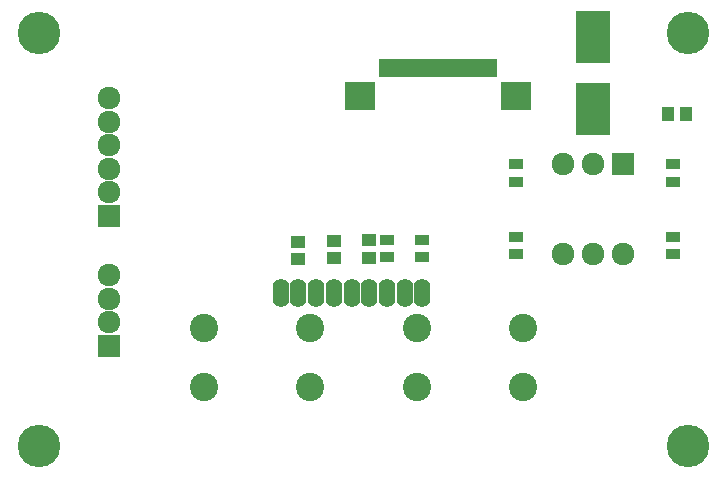
<source format=gbs>
G04 #@! TF.GenerationSoftware,KiCad,Pcbnew,(5.0.0)*
G04 #@! TF.CreationDate,2018-08-29T14:02:58+09:00*
G04 #@! TF.ProjectId,lancer_subbord,6C616E6365725F737562626F72642E6B,rev?*
G04 #@! TF.SameCoordinates,Original*
G04 #@! TF.FileFunction,Soldermask,Bot*
G04 #@! TF.FilePolarity,Negative*
%FSLAX46Y46*%
G04 Gerber Fmt 4.6, Leading zero omitted, Abs format (unit mm)*
G04 Created by KiCad (PCBNEW (5.0.0)) date 08/29/18 14:02:58*
%MOMM*%
%LPD*%
G01*
G04 APERTURE LIST*
%ADD10C,1.924000*%
%ADD11R,1.924000X1.924000*%
%ADD12O,1.400000X2.400000*%
%ADD13C,3.600000*%
%ADD14R,1.200000X0.900000*%
%ADD15C,2.400000*%
%ADD16R,1.100000X1.200000*%
%ADD17R,1.200000X1.100000*%
%ADD18R,2.900000X4.400000*%
%ADD19R,0.630000X1.650000*%
%ADD20R,2.600000X2.400000*%
G04 APERTURE END LIST*
D10*
G04 #@! TO.C,R_SW*
X168925000Y-94625000D03*
X171465000Y-94625000D03*
D11*
X174005000Y-94625000D03*
D10*
X168925000Y-102245000D03*
X171465000Y-102245000D03*
X174005000Y-102245000D03*
G04 #@! TD*
D12*
G04 #@! TO.C,LCD1*
X157000000Y-105500000D03*
X155500000Y-105500000D03*
X154000000Y-105500000D03*
X152500000Y-105500000D03*
X151000000Y-105500000D03*
X149500000Y-105500000D03*
X148000000Y-105500000D03*
X146500000Y-105500000D03*
X145000000Y-105500000D03*
G04 #@! TD*
D11*
G04 #@! TO.C,Writer*
X130500000Y-99000000D03*
D10*
X130500000Y-97000000D03*
X130500000Y-95000000D03*
X130500000Y-93000000D03*
X130500000Y-91000000D03*
X130500000Y-89000000D03*
G04 #@! TD*
D13*
G04 #@! TO.C,REF\002A\002A*
X124500000Y-83500000D03*
G04 #@! TD*
G04 #@! TO.C,REF\002A\002A*
X124500000Y-118500000D03*
G04 #@! TD*
G04 #@! TO.C,REF\002A\002A*
X179500000Y-118500000D03*
G04 #@! TD*
G04 #@! TO.C,REF\002A\002A*
X179500000Y-83500000D03*
G04 #@! TD*
D14*
G04 #@! TO.C,R6*
X178200000Y-96100000D03*
X178200000Y-94600000D03*
G04 #@! TD*
D15*
G04 #@! TO.C,3*
X156500000Y-108500000D03*
X156500000Y-113500000D03*
G04 #@! TD*
G04 #@! TO.C,1*
X138500000Y-108500000D03*
X138500000Y-113500000D03*
G04 #@! TD*
D14*
G04 #@! TO.C,R8*
X178175000Y-100750000D03*
X178175000Y-102250000D03*
G04 #@! TD*
G04 #@! TO.C,R7*
X164900000Y-100750000D03*
X164900000Y-102250000D03*
G04 #@! TD*
G04 #@! TO.C,R3*
X154000000Y-102500000D03*
X154000000Y-101000000D03*
G04 #@! TD*
G04 #@! TO.C,R2*
X157000000Y-102500000D03*
X157000000Y-101000000D03*
G04 #@! TD*
G04 #@! TO.C,R1*
X164900000Y-96100000D03*
X164900000Y-94600000D03*
G04 #@! TD*
D11*
G04 #@! TO.C,Debugger*
X130500000Y-110000000D03*
D10*
X130500000Y-108000000D03*
X130500000Y-106000000D03*
X130500000Y-104000000D03*
G04 #@! TD*
D16*
G04 #@! TO.C,C4*
X177825000Y-90400000D03*
X179325000Y-90400000D03*
G04 #@! TD*
D17*
G04 #@! TO.C,C3*
X149500000Y-102575000D03*
X149500000Y-101075000D03*
G04 #@! TD*
G04 #@! TO.C,C2*
X146500000Y-102675000D03*
X146500000Y-101175000D03*
G04 #@! TD*
G04 #@! TO.C,C1*
X152500000Y-101025000D03*
X152500000Y-102525000D03*
G04 #@! TD*
D15*
G04 #@! TO.C,2*
X147500000Y-108500000D03*
X147500000Y-113500000D03*
G04 #@! TD*
G04 #@! TO.C,4*
X165500000Y-108500000D03*
X165500000Y-113500000D03*
G04 #@! TD*
D18*
G04 #@! TO.C,C5*
X171400000Y-89950000D03*
X171400000Y-83850000D03*
G04 #@! TD*
D19*
G04 #@! TO.C,Subbord*
X162550000Y-86500000D03*
X162050000Y-86500000D03*
X161550000Y-86500000D03*
X161050000Y-86500000D03*
X160550000Y-86500000D03*
X153550000Y-86500000D03*
X154050000Y-86500000D03*
X154550000Y-86500000D03*
X155050000Y-86500000D03*
X155550000Y-86500000D03*
X156050000Y-86500000D03*
X156550000Y-86500000D03*
X157050000Y-86500000D03*
X157550000Y-86500000D03*
X158050000Y-86500000D03*
X158550000Y-86500000D03*
X159050000Y-86500000D03*
X159550000Y-86500000D03*
X160050000Y-86500000D03*
D20*
X164900000Y-88800000D03*
X151700000Y-88800000D03*
D19*
X163050000Y-86500000D03*
G04 #@! TD*
M02*

</source>
